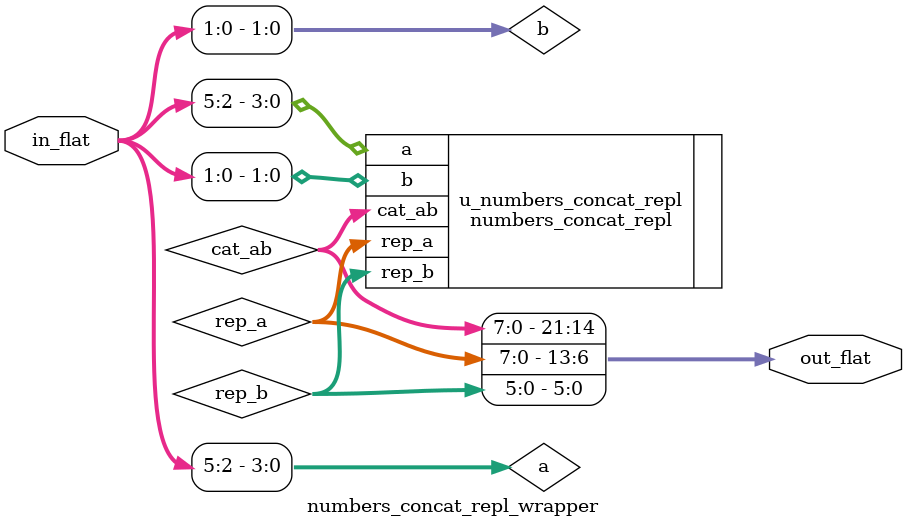
<source format=sv>
`include "numbers_concat_repl.sv"

module numbers_concat_repl_wrapper (
    input  wire [5:0] in_flat,
    output wire [21:0] out_flat
);

  // Slice `in_flat` into original inputs
  wire [3:0] a = in_flat[5:2];
  wire [1:0] b = in_flat[1:0];

  // Wires to capture original module outputs
  wire [7:0] cat_ab;
  wire [7:0] rep_a;
  wire [5:0] rep_b;

  // Instantiate the original module
  numbers_concat_repl u_numbers_concat_repl (
    .a(a),
    .b(b),
    .cat_ab(cat_ab),
    .rep_a(rep_a),
    .rep_b(rep_b)
  );

  // Pack original outputs into `out_flat`
  assign out_flat[21:14] = cat_ab;
  assign out_flat[13:6] = rep_a;
  assign out_flat[5:0] = rep_b;

endmodule  // numbers_concat_repl_wrapper
</source>
